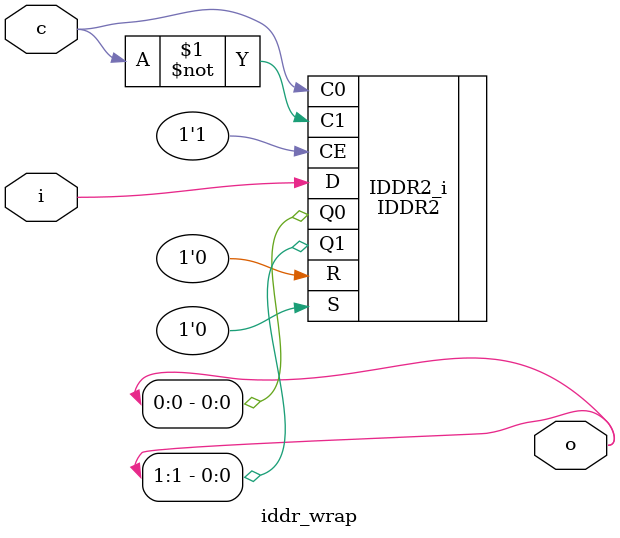
<source format=v>
/*
 * Copyright (C) 2014 Harmon Instruments, LLC
 *
 * This program is free software: you can redistribute it and/or modify
 * it under the terms of the GNU General Public License as published by
 * the Free Software Foundation, either version 3 of the License, or
 * (at your option) any later version.
 *
 * This program is distributed in the hope that it will be useful,
 * but WITHOUT ANY WARRANTY; without even the implied warranty of
 * MERCHANTABILITY or FITNESS FOR A PARTICULAR PURPOSE.  See the
 * GNU General Public License for more details.
 *
 * You should have received a copy of the GNU General Public License
 * along with this program.  If not, see <http://www.gnu.org/licenses/
 *
 */

`timescale 1ns / 1ps
`include "config.vh"

module iddr_wrap(input c, input i, output[1:0] o);
   IDDR2 #(.DDR_ALIGNMENT("C0"), .SRTYPE("SYNC")) IDDR2_i
     (.Q0(o[0]), .Q1(o[1]),
      .C0(c), .C1(~c),
      .CE(1'b1),
      .D(i),
      .R(1'b0), .S(1'b0)
      );
endmodule

</source>
